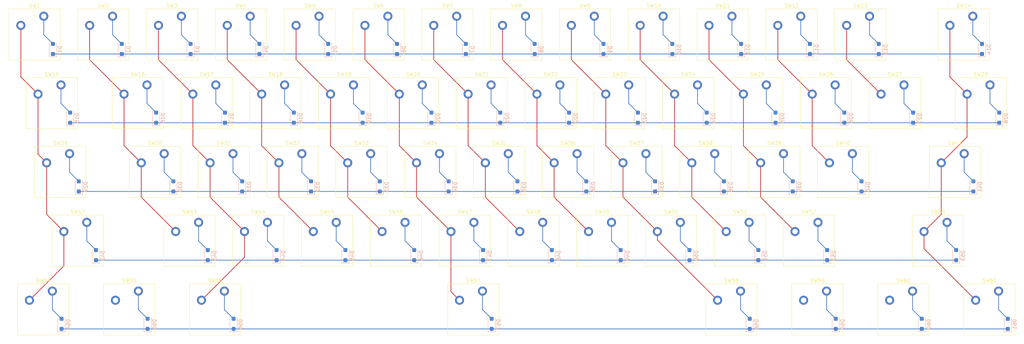
<source format=kicad_pcb>
(kicad_pcb (version 20240108) (generator "pcbnew") (generator_version "8.0")
  (layers (0 "F.Cu" signal) (31 "B.Cu" signal) (34 "B.Paste" user) (35 "F.Paste" user) (36 "B.SilkS" user "B.Silkscreen") (37 "F.SilkS" user "F.Silkscreen") (38 "B.Mask" user) (39 "F.Mask" user) (44 "Edge.Cuts" user))
  (net 0 "")
  (net 1 "COL0")
  (net 2 "COL1")
  (net 3 "COL2")
  (net 4 "COL3")
  (net 5 "COL4")
  (net 6 "COL5")
  (net 7 "COL6")
  (net 8 "COL7")
  (net 9 "COL8")
  (net 10 "COL9")
  (net 11 "COL10")
  (net 12 "COL11")
  (net 13 "COL12")
  (net 14 "COL13")
  (net 15 "Net-(D1-A)")
  (net 16 "Net-(D2-A)")
  (net 17 "Net-(D3-A)")
  (net 18 "Net-(D4-A)")
  (net 19 "Net-(D5-A)")
  (net 20 "Net-(D6-A)")
  (net 21 "Net-(D7-A)")
  (net 22 "Net-(D8-A)")
  (net 23 "Net-(D9-A)")
  (net 24 "Net-(D10-A)")
  (net 25 "Net-(D11-A)")
  (net 26 "Net-(D12-A)")
  (net 27 "Net-(D13-A)")
  (net 28 "Net-(D14-A)")
  (net 29 "Net-(D15-A)")
  (net 30 "Net-(D16-A)")
  (net 31 "Net-(D17-A)")
  (net 32 "Net-(D18-A)")
  (net 33 "Net-(D19-A)")
  (net 34 "Net-(D20-A)")
  (net 35 "Net-(D21-A)")
  (net 36 "Net-(D22-A)")
  (net 37 "Net-(D23-A)")
  (net 38 "Net-(D24-A)")
  (net 39 "Net-(D25-A)")
  (net 40 "Net-(D26-A)")
  (net 41 "Net-(D27-A)")
  (net 42 "Net-(D28-A)")
  (net 43 "Net-(D29-A)")
  (net 44 "Net-(D30-A)")
  (net 45 "Net-(D31-A)")
  (net 46 "Net-(D32-A)")
  (net 47 "Net-(D33-A)")
  (net 48 "Net-(D34-A)")
  (net 49 "Net-(D35-A)")
  (net 50 "Net-(D36-A)")
  (net 51 "Net-(D37-A)")
  (net 52 "Net-(D38-A)")
  (net 53 "Net-(D39-A)")
  (net 54 "Net-(D40-A)")
  (net 55 "Net-(D41-A)")
  (net 56 "Net-(D42-A)")
  (net 57 "Net-(D43-A)")
  (net 58 "Net-(D44-A)")
  (net 59 "Net-(D45-A)")
  (net 60 "Net-(D46-A)")
  (net 61 "Net-(D47-A)")
  (net 62 "Net-(D48-A)")
  (net 63 "Net-(D49-A)")
  (net 64 "Net-(D50-A)")
  (net 65 "Net-(D51-A)")
  (net 66 "Net-(D52-A)")
  (net 67 "Net-(D53-A)")
  (net 68 "Net-(D54-A)")
  (net 69 "Net-(D55-A)")
  (net 70 "Net-(D56-A)")
  (net 71 "Net-(D57-A)")
  (net 72 "Net-(D58-A)")
  (net 73 "Net-(D59-A)")
  (net 74 "Net-(D60-A)")
  (net 75 "Net-(D61-A)")
  (net 76 "ROW0")
  (net 77 "ROW1")
  (net 78 "ROW2")
  (net 79 "ROW3")
  (net 80 "ROW4")
  (footprint "SW_Cherry_MX_PCB_1.00u" (layer "F.Cu") (at 230.98125 114.3)
    (property "Reference" "SW58")
    (property "Value" "SW_Push")
  )
  (footprint "SW_Cherry_MX_PCB_1.00u" (layer "F.Cu") (at 95.25 38.1)
    (property "Reference" "SW4")
    (property "Value" "SW_Push")
  )
  (footprint "SW_Cherry_MX_PCB_1.00u" (layer "F.Cu") (at 147.6375 76.2)
    (property "Reference" "SW34")
    (property "Value" "SW_Push")
  )
  (footprint "SW_Cherry_MX_PCB_1.00u" (layer "F.Cu") (at 100.0125 95.25)
    (property "Reference" "SW44")
    (property "Value" "SW_Push")
  )
  (footprint "SW_Cherry_MX_PCB_1.00u" (layer "F.Cu") (at 171.45 38.1)
    (property "Reference" "SW8")
    (property "Value" "SW_Push")
  )
  (footprint "SW_Cherry_MX_PCB_1.00u" (layer "F.Cu") (at 190.5 38.1)
    (property "Reference" "SW9")
    (property "Value" "SW_Push")
  )
  (footprint "SW_Cherry_MX_PCB_1.00u" (layer "F.Cu") (at 300.0375 57.15)
    (property "Reference" "SW28")
    (property "Value" "SW_Push")
  )
  (footprint "SW_Cherry_MX_PCB_1.00u" (layer "F.Cu") (at 195.2625 95.25)
    (property "Reference" "SW49")
    (property "Value" "SW_Push")
  )
  (footprint "SW_Cherry_MX_PCB_1.00u" (layer "F.Cu") (at 42.8625 57.15)
    (property "Reference" "SW15")
    (property "Value" "SW_Push")
  )
  (footprint "SW_Cherry_MX_PCB_1.00u" (layer "F.Cu") (at 214.3125 95.25)
    (property "Reference" "SW50")
    (property "Value" "SW_Push")
  )
  (footprint "SW_Cherry_MX_PCB_1.00u" (layer "F.Cu") (at 228.6 38.1)
    (property "Reference" "SW11")
    (property "Value" "SW_Push")
  )
  (footprint "SW_Cherry_MX_PCB_1.00u" (layer "F.Cu") (at 254.79375 114.3)
    (property "Reference" "SW59")
    (property "Value" "SW_Push")
  )
  (footprint "SW_Cherry_MX_PCB_1.00u" (layer "F.Cu") (at 242.8875 76.2)
    (property "Reference" "SW39")
    (property "Value" "SW_Push")
  )
  (footprint "SW_Cherry_MX_PCB_1.00u" (layer "F.Cu") (at 295.275 38.1)
    (property "Reference" "SW14")
    (property "Value" "SW_Push")
  )
  (footprint "SW_Cherry_MX_PCB_1.00u" (layer "F.Cu") (at 119.0625 95.25)
    (property "Reference" "SW45")
    (property "Value" "SW_Push")
  )
  (footprint "SW_Cherry_MX_PCB_1.00u" (layer "F.Cu") (at 66.675 57.15)
    (property "Reference" "SW16")
    (property "Value" "SW_Push")
  )
  (footprint "SW_Cherry_MX_PCB_1.00u" (layer "F.Cu") (at 114.3 38.1)
    (property "Reference" "SW5")
    (property "Value" "SW_Push")
  )
  (footprint "SW_Cherry_MX_PCB_1.00u" (layer "F.Cu") (at 76.2 38.1)
    (property "Reference" "SW3")
    (property "Value" "SW_Push")
  )
  (footprint "SW_Cherry_MX_PCB_1.00u" (layer "F.Cu") (at 302.41875 114.3)
    (property "Reference" "SW61")
    (property "Value" "SW_Push")
  )
  (footprint "SW_Cherry_MX_PCB_1.00u" (layer "F.Cu") (at 40.48125 114.3)
    (property "Reference" "SW54")
    (property "Value" "SW_Push")
  )
  (footprint "SW_Cherry_MX_PCB_1.00u" (layer "F.Cu") (at 180.975 57.15)
    (property "Reference" "SW22")
    (property "Value" "SW_Push")
  )
  (footprint "SW_Cherry_MX_PCB_1.00u" (layer "F.Cu") (at 38.1 38.1)
    (property "Reference" "SW1")
    (property "Value" "SW_Push")
  )
  (footprint "SW_Cherry_MX_PCB_1.00u" (layer "F.Cu") (at 223.8375 76.2)
    (property "Reference" "SW38")
    (property "Value" "SW_Push")
  )
  (footprint "SW_Cherry_MX_PCB_1.00u" (layer "F.Cu") (at 266.7 38.1)
    (property "Reference" "SW13")
    (property "Value" "SW_Push")
  )
  (footprint "SW_Cherry_MX_PCB_1.00u" (layer "F.Cu") (at 200.025 57.15)
    (property "Reference" "SW23")
    (property "Value" "SW_Push")
  )
  (footprint "SW_Cherry_MX_PCB_1.00u" (layer "F.Cu") (at 238.125 57.15)
    (property "Reference" "SW25")
    (property "Value" "SW_Push")
  )
  (footprint "SW_Cherry_MX_PCB_1.00u" (layer "F.Cu") (at 161.925 57.15)
    (property "Reference" "SW21")
    (property "Value" "SW_Push")
  )
  (footprint "SW_Cherry_MX_PCB_1.00u" (layer "F.Cu") (at 185.7375 76.2)
    (property "Reference" "SW36")
    (property "Value" "SW_Push")
  )
  (footprint "SW_Cherry_MX_PCB_1.00u" (layer "F.Cu") (at 157.1625 95.25)
    (property "Reference" "SW47")
    (property "Value" "SW_Push")
  )
  (footprint "SW_Cherry_MX_PCB_1.00u" (layer "F.Cu") (at 209.55 38.1)
    (property "Reference" "SW10")
    (property "Value" "SW_Push")
  )
  (footprint "SW_Cherry_MX_PCB_1.00u" (layer "F.Cu") (at 142.875 57.15)
    (property "Reference" "SW20")
    (property "Value" "SW_Push")
  )
  (footprint "SW_Cherry_MX_PCB_1.00u" (layer "F.Cu") (at 247.65 38.1)
    (property "Reference" "SW12")
    (property "Value" "SW_Push")
  )
  (footprint "SW_Cherry_MX_PCB_1.00u" (layer "F.Cu") (at 261.9375 76.2)
    (property "Reference" "SW40")
    (property "Value" "SW_Push")
  )
  (footprint "SW_Cherry_MX_PCB_1.00u" (layer "F.Cu") (at 152.4 38.1)
    (property "Reference" "SW7")
    (property "Value" "SW_Push")
  )
  (footprint "SW_Cherry_MX_PCB_1.00u" (layer "F.Cu") (at 233.3625 95.25)
    (property "Reference" "SW51")
    (property "Value" "SW_Push")
  )
  (footprint "SW_Cherry_MX_PCB_1.00u" (layer "F.Cu") (at 104.775 57.15)
    (property "Reference" "SW18")
    (property "Value" "SW_Push")
  )
  (footprint "SW_Cherry_MX_PCB_1.00u" (layer "F.Cu") (at 45.24375 76.2)
    (property "Reference" "SW29")
    (property "Value" "SW_Push")
  )
  (footprint "SW_Cherry_MX_PCB_1.00u" (layer "F.Cu") (at 204.7875 76.2)
    (property "Reference" "SW37")
    (property "Value" "SW_Push")
  )
  (footprint "SW_Cherry_MX_PCB_1.00u" (layer "F.Cu") (at 138.1125 95.25)
    (property "Reference" "SW46")
    (property "Value" "SW_Push")
  )
  (footprint "SW_Cherry_MX_PCB_1.00u" (layer "F.Cu") (at 109.5375 76.2)
    (property "Reference" "SW32")
    (property "Value" "SW_Push")
  )
  (footprint "SW_Cherry_MX_PCB_1.00u" (layer "F.Cu") (at 166.6875 76.2)
    (property "Reference" "SW35")
    (property "Value" "SW_Push")
  )
  (footprint "SW_Cherry_MX_PCB_1.00u" (layer "F.Cu") (at 257.175 57.15)
    (property "Reference" "SW26")
    (property "Value" "SW_Push")
  )
  (footprint "SW_Cherry_MX_PCB_1.00u" (layer "F.Cu") (at 292.89375 76.2)
    (property "Reference" "SW41")
    (property "Value" "SW_Push")
  )
  (footprint "SW_Cherry_MX_PCB_1.00u" (layer "F.Cu") (at 276.225 57.15)
    (property "Reference" "SW27")
    (property "Value" "SW_Push")
  )
  (footprint "SW_Cherry_MX_PCB_1.00u" (layer "F.Cu") (at 123.825 57.15)
    (property "Reference" "SW19")
    (property "Value" "SW_Push")
  )
  (footprint "SW_Cherry_MX_PCB_1.00u" (layer "F.Cu") (at 128.5875 76.2)
    (property "Reference" "SW33")
    (property "Value" "SW_Push")
  )
  (footprint "SW_Cherry_MX_PCB_1.00u" (layer "F.Cu") (at 57.15 38.1)
    (property "Reference" "SW2")
    (property "Value" "SW_Push")
  )
  (footprint "SW_Cherry_MX_PCB_1.00u" (layer "F.Cu") (at 71.4375 76.2)
    (property "Reference" "SW30")
    (property "Value" "SW_Push")
  )
  (footprint "SW_Cherry_MX_PCB_1.00u" (layer "F.Cu") (at 176.2125 95.25)
    (property "Reference" "SW48")
    (property "Value" "SW_Push")
  )
  (footprint "SW_Cherry_MX_PCB_1.00u" (layer "F.Cu") (at 90.4875 76.2)
    (property "Reference" "SW31")
    (property "Value" "SW_Push")
  )
  (footprint "SW_Cherry_MX_PCB_1.00u" (layer "F.Cu") (at 252.4125 95.25)
    (property "Reference" "SW52")
    (property "Value" "SW_Push")
  )
  (footprint "SW_Cherry_MX_PCB_1.00u" (layer "F.Cu") (at 133.35 38.1)
    (property "Reference" "SW6")
    (property "Value" "SW_Push")
  )
  (footprint "SW_Cherry_MX_PCB_1.00u" (layer "F.Cu") (at 159.54375 114.3)
    (property "Reference" "SW57")
    (property "Value" "SW_Push")
  )
  (footprint "SW_Cherry_MX_PCB_1.00u" (layer "F.Cu") (at 288.13125 95.25)
    (property "Reference" "SW53")
    (property "Value" "SW_Push")
  )
  (footprint "SW_Cherry_MX_PCB_1.00u" (layer "F.Cu") (at 80.9625 95.25)
    (property "Reference" "SW43")
    (property "Value" "SW_Push")
  )
  (footprint "SW_Cherry_MX_PCB_1.00u" (layer "F.Cu") (at 50.00625 95.25)
    (property "Reference" "SW42")
    (property "Value" "SW_Push")
  )
  (footprint "SW_Cherry_MX_PCB_1.00u" (layer "F.Cu") (at 85.725 57.15)
    (property "Reference" "SW17")
    (property "Value" "SW_Push")
  )
  (footprint "SW_Cherry_MX_PCB_1.00u" (layer "F.Cu") (at 219.075 57.15)
    (property "Reference" "SW24")
    (property "Value" "SW_Push")
  )
  (footprint "SW_Cherry_MX_PCB_1.00u" (layer "F.Cu") (at 278.60625 114.3)
    (property "Reference" "SW60")
    (property "Value" "SW_Push")
  )
  (footprint "SW_Cherry_MX_PCB_1.00u" (layer "F.Cu") (at 88.10625 114.3)
    (property "Reference" "SW56")
    (property "Value" "SW_Push")
  )
  (footprint "SW_Cherry_MX_PCB_1.00u" (layer "F.Cu") (at 64.29375 114.3)
    (property "Reference" "SW55")
    (property "Value" "SW_Push")
  )
  (footprint "D_SOD-123F" (layer "B.Cu") (at 114.6175 80.2 90)
    (property "Reference" "D32")
    (property "Value" "D")
  )
  (footprint "D_SOD-123F" (layer "B.Cu") (at 124.1425 99.25 90)
    (property "Reference" "D45")
    (property "Value" "D")
  )
  (footprint "D_SOD-123F" (layer "B.Cu") (at 209.8675 80.2 90)
    (property "Reference" "D37")
    (property "Value" "D")
  )
  (footprint "D_SOD-123F" (layer "B.Cu") (at 76.5175 80.2 90)
    (property "Reference" "D30")
    (property "Value" "D")
  )
  (footprint "D_SOD-123F" (layer "B.Cu") (at 171.7675 80.2 90)
    (property "Reference" "D35")
    (property "Value" "D")
  )
  (footprint "D_SOD-123F" (layer "B.Cu") (at 81.28 42.1 90)
    (property "Reference" "D3")
    (property "Value" "D")
  )
  (footprint "D_SOD-123F" (layer "B.Cu") (at 195.58 42.1 90)
    (property "Reference" "D9")
    (property "Value" "D")
  )
  (footprint "D_SOD-123F" (layer "B.Cu") (at 252.73 42.1 90)
    (property "Reference" "D12")
    (property "Value" "D")
  )
  (footprint "D_SOD-123F" (layer "B.Cu") (at 47.9425 61.15 90)
    (property "Reference" "D15")
    (property "Value" "D")
  )
  (footprint "D_SOD-123F" (layer "B.Cu") (at 164.62375 118.3 90)
    (property "Reference" "D57")
    (property "Value" "D")
  )
  (footprint "D_SOD-123F" (layer "B.Cu") (at 109.855 61.15 90)
    (property "Reference" "D18")
    (property "Value" "D")
  )
  (footprint "D_SOD-123F" (layer "B.Cu") (at 267.0175 80.2 90)
    (property "Reference" "D40")
    (property "Value" "D")
  )
  (footprint "D_SOD-123F" (layer "B.Cu") (at 271.78 42.1 90)
    (property "Reference" "D13")
    (property "Value" "D")
  )
  (footprint "D_SOD-123F" (layer "B.Cu") (at 50.32375 80.2 90)
    (property "Reference" "D29")
    (property "Value" "D")
  )
  (footprint "D_SOD-123F" (layer "B.Cu") (at 43.18 42.1 90)
    (property "Reference" "D1")
    (property "Value" "D")
  )
  (footprint "D_SOD-123F" (layer "B.Cu") (at 119.38 42.1 90)
    (property "Reference" "D5")
    (property "Value" "D")
  )
  (footprint "D_SOD-123F" (layer "B.Cu") (at 190.8175 80.2 90)
    (property "Reference" "D36")
    (property "Value" "D")
  )
  (footprint "D_SOD-123F" (layer "B.Cu") (at 167.005 61.15 90)
    (property "Reference" "D21")
    (property "Value" "D")
  )
  (footprint "D_SOD-123F" (layer "B.Cu") (at 233.68 42.1 90)
    (property "Reference" "D11")
    (property "Value" "D")
  )
  (footprint "D_SOD-123F" (layer "B.Cu") (at 247.9675 80.2 90)
    (property "Reference" "D39")
    (property "Value" "D")
  )
  (footprint "D_SOD-123F" (layer "B.Cu") (at 307.49875 118.3 90)
    (property "Reference" "D61")
    (property "Value" "D")
  )
  (footprint "D_SOD-123F" (layer "B.Cu") (at 93.18625 118.3 90)
    (property "Reference" "D56")
    (property "Value" "D")
  )
  (footprint "D_SOD-123F" (layer "B.Cu") (at 95.5675 80.2 90)
    (property "Reference" "D31")
    (property "Value" "D")
  )
  (footprint "D_SOD-123F" (layer "B.Cu") (at 45.56125 118.3 90)
    (property "Reference" "D54")
    (property "Value" "D")
  )
  (footprint "D_SOD-123F" (layer "B.Cu") (at 293.21125 99.25 90)
    (property "Reference" "D53")
    (property "Value" "D")
  )
  (footprint "D_SOD-123F" (layer "B.Cu") (at 90.805 61.15 90)
    (property "Reference" "D17")
    (property "Value" "D")
  )
  (footprint "D_SOD-123F" (layer "B.Cu") (at 86.0425 99.25 90)
    (property "Reference" "D43")
    (property "Value" "D")
  )
  (footprint "D_SOD-123F" (layer "B.Cu") (at 228.9175 80.2 90)
    (property "Reference" "D38")
    (property "Value" "D")
  )
  (footprint "D_SOD-123F" (layer "B.Cu") (at 238.4425 99.25 90)
    (property "Reference" "D51")
    (property "Value" "D")
  )
  (footprint "D_SOD-123F" (layer "B.Cu") (at 300.355 42.1 90)
    (property "Reference" "D14")
    (property "Value" "D")
  )
  (footprint "D_SOD-123F" (layer "B.Cu") (at 186.055 61.15 90)
    (property "Reference" "D22")
    (property "Value" "D")
  )
  (footprint "D_SOD-123F" (layer "B.Cu") (at 181.2925 99.25 90)
    (property "Reference" "D48")
    (property "Value" "D")
  )
  (footprint "D_SOD-123F" (layer "B.Cu") (at 205.105 61.15 90)
    (property "Reference" "D23")
    (property "Value" "D")
  )
  (footprint "D_SOD-123F" (layer "B.Cu") (at 62.23 42.1 90)
    (property "Reference" "D2")
    (property "Value" "D")
  )
  (footprint "D_SOD-123F" (layer "B.Cu") (at 71.755 61.15 90)
    (property "Reference" "D16")
    (property "Value" "D")
  )
  (footprint "D_SOD-123F" (layer "B.Cu") (at 200.3425 99.25 90)
    (property "Reference" "D49")
    (property "Value" "D")
  )
  (footprint "D_SOD-123F" (layer "B.Cu") (at 224.155 61.15 90)
    (property "Reference" "D24")
    (property "Value" "D")
  )
  (footprint "D_SOD-123F" (layer "B.Cu") (at 138.43 42.1 90)
    (property "Reference" "D6")
    (property "Value" "D")
  )
  (footprint "D_SOD-123F" (layer "B.Cu") (at 143.1925 99.25 90)
    (property "Reference" "D46")
    (property "Value" "D")
  )
  (footprint "D_SOD-123F" (layer "B.Cu") (at 259.87375 118.3 90)
    (property "Reference" "D59")
    (property "Value" "D")
  )
  (footprint "D_SOD-123F" (layer "B.Cu") (at 55.08625 99.25 90)
    (property "Reference" "D42")
    (property "Value" "D")
  )
  (footprint "D_SOD-123F" (layer "B.Cu") (at 69.37375 118.3 90)
    (property "Reference" "D55")
    (property "Value" "D")
  )
  (footprint "D_SOD-123F" (layer "B.Cu") (at 297.97375 80.2 90)
    (property "Reference" "D41")
    (property "Value" "D")
  )
  (footprint "D_SOD-123F" (layer "B.Cu") (at 176.53 42.1 90)
    (property "Reference" "D8")
    (property "Value" "D")
  )
  (footprint "D_SOD-123F" (layer "B.Cu") (at 157.48 42.1 90)
    (property "Reference" "D7")
    (property "Value" "D")
  )
  (footprint "D_SOD-123F" (layer "B.Cu") (at 257.4925 99.25 90)
    (property "Reference" "D52")
    (property "Value" "D")
  )
  (footprint "D_SOD-123F" (layer "B.Cu") (at 214.63 42.1 90)
    (property "Reference" "D10")
    (property "Value" "D")
  )
  (footprint "D_SOD-123F" (layer "B.Cu") (at 147.955 61.15 90)
    (property "Reference" "D20")
    (property "Value" "D")
  )
  (footprint "D_SOD-123F" (layer "B.Cu") (at 236.06125 118.3 90)
    (property "Reference" "D58")
    (property "Value" "D")
  )
  (footprint "D_SOD-123F" (layer "B.Cu") (at 243.205 61.15 90)
    (property "Reference" "D25")
    (property "Value" "D")
  )
  (footprint "D_SOD-123F" (layer "B.Cu") (at 100.33 42.1 90)
    (property "Reference" "D4")
    (property "Value" "D")
  )
  (footprint "D_SOD-123F" (layer "B.Cu") (at 219.3925 99.25 90)
    (property "Reference" "D50")
    (property "Value" "D")
  )
  (footprint "D_SOD-123F" (layer "B.Cu") (at 305.1175 61.15 90)
    (property "Reference" "D28")
    (property "Value" "D")
  )
  (footprint "D_SOD-123F" (layer "B.Cu") (at 133.6675 80.2 90)
    (property "Reference" "D33")
    (property "Value" "D")
  )
  (footprint "D_SOD-123F" (layer "B.Cu") (at 283.68625 118.3 90)
    (property "Reference" "D60")
    (property "Value" "D")
  )
  (footprint "D_SOD-123F" (layer "B.Cu") (at 105.0925 99.25 90)
    (property "Reference" "D44")
    (property "Value" "D")
  )
  (footprint "D_SOD-123F" (layer "B.Cu") (at 281.305 61.15 90)
    (property "Reference" "D27")
    (property "Value" "D")
  )
  (footprint "D_SOD-123F" (layer "B.Cu") (at 128.905 61.15 90)
    (property "Reference" "D19")
    (property "Value" "D")
  )
  (footprint "D_SOD-123F" (layer "B.Cu") (at 152.7175 80.2 90)
    (property "Reference" "D34")
    (property "Value" "D")
  )
  (footprint "D_SOD-123F" (layer "B.Cu") (at 162.2425 99.25 90)
    (property "Reference" "D47")
    (property "Value" "D")
  )
  (footprint "D_SOD-123F" (layer "B.Cu") (at 262.255 61.15 90)
    (property "Reference" "D26")
    (property "Value" "D")
  )
  (segment (start 34.29 35.56) (end 34.29 49.8475) (width 0.2) (layer "F.Cu") (net 1))
  (segment (start 39.0525 71.27875) (end 41.43375 73.66) (width 0.2) (layer "F.Cu") (net 1))
  (segment (start 46.19625 102.235) (end 36.67125 111.76) (width 0.2) (layer "F.Cu") (net 1))
  (segment (start 39.0525 54.61) (end 39.0525 71.27875) (width 0.2) (layer "F.Cu") (net 1))
  (segment (start 41.43375 73.66) (end 41.43375 87.9475) (width 0.2) (layer "F.Cu") (net 1))
  (segment (start 34.29 49.8475) (end 39.0525 54.61) (width 0.2) (layer "F.Cu") (net 1))
  (segment (start 46.19625 92.71) (end 46.19625 102.235) (width 0.2) (layer "F.Cu") (net 1))
  (segment (start 41.43375 87.9475) (end 46.19625 92.71) (width 0.2) (layer "F.Cu") (net 1))
  (segment (start 62.865 54.61) (end 62.865 68.8975) (width 0.2) (layer "F.Cu") (net 2))
  (segment (start 53.34 45.085) (end 62.865 54.61) (width 0.2) (layer "F.Cu") (net 2))
  (segment (start 53.34 35.56) (end 53.34 45.085) (width 0.2) (layer "F.Cu") (net 2))
  (segment (start 62.865 68.8975) (end 67.6275 73.66) (width 0.2) (layer "F.Cu") (net 2))
  (segment (start 67.6275 83.185) (end 77.1525 92.71) (width 0.2) (layer "F.Cu") (net 2))
  (segment (start 67.6275 73.66) (end 67.6275 83.185) (width 0.2) (layer "F.Cu") (net 2))
  (segment (start 81.915 68.8975) (end 86.6775 73.66) (width 0.2) (layer "F.Cu") (net 3))
  (segment (start 96.2025 99.85375) (end 84.29625 111.76) (width 0.2) (layer "F.Cu") (net 3))
  (segment (start 86.6775 83.185) (end 96.2025 92.71) (width 0.2) (layer "F.Cu") (net 3))
  (segment (start 96.2025 92.71) (end 96.2025 99.85375) (width 0.2) (layer "F.Cu") (net 3))
  (segment (start 81.915 54.61) (end 81.915 68.8975) (width 0.2) (layer "F.Cu") (net 3))
  (segment (start 72.39 35.56) (end 72.39 45.085) (width 0.2) (layer "F.Cu") (net 3))
  (segment (start 72.39 45.085) (end 81.915 54.61) (width 0.2) (layer "F.Cu") (net 3))
  (segment (start 86.6775 73.66) (end 86.6775 83.185) (width 0.2) (layer "F.Cu") (net 3))
  (segment (start 100.965 54.61) (end 100.965 68.8975) (width 0.2) (layer "F.Cu") (net 4))
  (segment (start 91.44 45.085) (end 100.965 54.61) (width 0.2) (layer "F.Cu") (net 4))
  (segment (start 105.7275 73.66) (end 105.7275 83.185) (width 0.2) (layer "F.Cu") (net 4))
  (segment (start 100.965 68.8975) (end 105.7275 73.66) (width 0.2) (layer "F.Cu") (net 4))
  (segment (start 91.44 35.56) (end 91.44 45.085) (width 0.2) (layer "F.Cu") (net 4))
  (segment (start 105.7275 83.185) (end 115.2525 92.71) (width 0.2) (layer "F.Cu") (net 4))
  (segment (start 124.7775 83.185) (end 134.3025 92.71) (width 0.2) (layer "F.Cu") (net 5))
  (segment (start 110.49 35.56) (end 110.49 45.085) (width 0.2) (layer "F.Cu") (net 5))
  (segment (start 120.015 54.61) (end 120.015 68.8975) (width 0.2) (layer "F.Cu") (net 5))
  (segment (start 124.7775 73.66) (end 124.7775 83.185) (width 0.2) (layer "F.Cu") (net 5))
  (segment (start 110.49 45.085) (end 120.015 54.61) (width 0.2) (layer "F.Cu") (net 5))
  (segment (start 120.015 68.8975) (end 124.7775 73.66) (width 0.2) (layer "F.Cu") (net 5))
  (segment (start 129.54 35.56) (end 129.54 45.085) (width 0.2) (layer "F.Cu") (net 6))
  (segment (start 153.3525 92.71) (end 153.3525 109.37875) (width 0.2) (layer "F.Cu") (net 6))
  (segment (start 143.8275 73.66) (end 143.8275 83.185) (width 0.2) (layer "F.Cu") (net 6))
  (segment (start 139.065 68.8975) (end 143.8275 73.66) (width 0.2) (layer "F.Cu") (net 6))
  (segment (start 129.54 45.085) (end 139.065 54.61) (width 0.2) (layer "F.Cu") (net 6))
  (segment (start 139.065 54.61) (end 139.065 68.8975) (width 0.2) (layer "F.Cu") (net 6))
  (segment (start 143.8275 83.185) (end 153.3525 92.71) (width 0.2) (layer "F.Cu") (net 6))
  (segment (start 153.3525 109.37875) (end 155.73375 111.76) (width 0.2) (layer "F.Cu") (net 6))
  (segment (start 162.8775 73.66) (end 162.8775 83.185) (width 0.2) (layer "F.Cu") (net 7))
  (segment (start 158.115 54.61) (end 158.115 68.8975) (width 0.2) (layer "F.Cu") (net 7))
  (segment (start 148.59 35.56) (end 148.59 45.085) (width 0.2) (layer "F.Cu") (net 7))
  (segment (start 148.59 45.085) (end 158.115 54.61) (width 0.2) (layer "F.Cu") (net 7))
  (segment (start 162.8775 83.185) (end 172.4025 92.71) (width 0.2) (layer "F.Cu") (net 7))
  (segment (start 158.115 68.8975) (end 162.8775 73.66) (width 0.2) (layer "F.Cu") (net 7))
  (segment (start 181.9275 73.66) (end 181.9275 83.185) (width 0.2) (layer "F.Cu") (net 8))
  (segment (start 167.64 45.085) (end 177.165 54.61) (width 0.2) (layer "F.Cu") (net 8))
  (segment (start 177.165 54.61) (end 177.165 68.8975) (width 0.2) (layer "F.Cu") (net 8))
  (segment (start 177.165 68.8975) (end 181.9275 73.66) (width 0.2) (layer "F.Cu") (net 8))
  (segment (start 167.64 35.56) (end 167.64 45.085) (width 0.2) (layer "F.Cu") (net 8))
  (segment (start 181.9275 83.185) (end 191.4525 92.71) (width 0.2) (layer "F.Cu") (net 8))
  (segment (start 186.69 35.56) (end 186.69 45.085) (width 0.2) (layer "F.Cu") (net 9))
  (segment (start 200.9775 83.185) (end 210.5025 92.71) (width 0.2) (layer "F.Cu") (net 9))
  (segment (start 210.5025 92.71) (end 210.5025 95.09125) (width 0.2) (layer "F.Cu") (net 9))
  (segment (start 186.69 45.085) (end 196.215 54.61) (width 0.2) (layer "F.Cu") (net 9))
  (segment (start 210.5025 95.09125) (end 227.17125 111.76) (width 0.2) (layer "F.Cu") (net 9))
  (segment (start 196.215 68.8975) (end 200.9775 73.66) (width 0.2) (layer "F.Cu") (net 9))
  (segment (start 200.9775 73.66) (end 200.9775 83.185) (width 0.2) (layer "F.Cu") (net 9))
  (segment (start 196.215 54.61) (end 196.215 68.8975) (width 0.2) (layer "F.Cu") (net 9))
  (segment (start 220.0275 83.185) (end 229.5525 92.71) (width 0.2) (layer "F.Cu") (net 10))
  (segment (start 220.0275 73.66) (end 220.0275 83.185) (width 0.2) (layer "F.Cu") (net 10))
  (segment (start 215.265 68.8975) (end 220.0275 73.66) (width 0.2) (layer "F.Cu") (net 10))
  (segment (start 205.74 35.56) (end 205.74 45.085) (width 0.2) (layer "F.Cu") (net 10))
  (segment (start 215.265 54.61) (end 215.265 68.8975) (width 0.2) (layer "F.Cu") (net 10))
  (segment (start 205.74 45.085) (end 215.265 54.61) (width 0.2) (layer "F.Cu") (net 10))
  (segment (start 234.315 68.8975) (end 239.0775 73.66) (width 0.2) (layer "F.Cu") (net 11))
  (segment (start 234.315 54.61) (end 234.315 68.8975) (width 0.2) (layer "F.Cu") (net 11))
  (segment (start 224.79 45.085) (end 234.315 54.61) (width 0.2) (layer "F.Cu") (net 11))
  (segment (start 239.0775 73.66) (end 239.0775 83.185) (width 0.2) (layer "F.Cu") (net 11))
  (segment (start 239.0775 83.185) (end 248.6025 92.71) (width 0.2) (layer "F.Cu") (net 11))
  (segment (start 224.79 35.56) (end 224.79 45.085) (width 0.2) (layer "F.Cu") (net 11))
  (segment (start 253.365 54.61) (end 253.365 68.8975) (width 0.2) (layer "F.Cu") (net 12))
  (segment (start 243.84 45.085) (end 253.365 54.61) (width 0.2) (layer "F.Cu") (net 12))
  (segment (start 243.84 35.56) (end 243.84 45.085) (width 0.2) (layer "F.Cu") (net 12))
  (segment (start 253.365 68.8975) (end 258.1275 73.66) (width 0.2) (layer "F.Cu") (net 12))
  (segment (start 262.89 35.56) (end 262.89 45.085) (width 0.2) (layer "F.Cu") (net 13))
  (segment (start 262.89 45.085) (end 272.415 54.61) (width 0.2) (layer "F.Cu") (net 13))
  (segment (start 284.32125 92.71) (end 289.08375 87.9475) (width 0.2) (layer "F.Cu") (net 14))
  (segment (start 284.32125 97.4725) (end 298.60875 111.76) (width 0.2) (layer "F.Cu") (net 14))
  (segment (start 291.465 49.8475) (end 291.465 35.56) (width 0.2) (layer "F.Cu") (net 14))
  (segment (start 289.08375 87.9475) (end 289.08375 73.66) (width 0.2) (layer "F.Cu") (net 14))
  (segment (start 296.2275 66.51625) (end 296.2275 54.61) (width 0.2) (layer "F.Cu") (net 14))
  (segment (start 296.2275 54.61) (end 291.465 49.8475) (width 0.2) (layer "F.Cu") (net 14))
  (segment (start 284.32125 92.71) (end 284.32125 97.4725) (width 0.2) (layer "F.Cu") (net 14))
  (segment (start 289.08375 73.66) (end 296.2275 66.51625) (width 0.2) (layer "F.Cu") (net 14))
  (segment (start 40.64 33.02) (end 40.64 38.16) (width 0.2) (layer "B.Cu") (net 15))
  (segment (start 40.64 38.16) (end 43.18 40.7) (width 0.2) (layer "B.Cu") (net 15))
  (segment (start 59.69 38.16) (end 62.23 40.7) (width 0.2) (layer "B.Cu") (net 16))
  (segment (start 59.69 33.02) (end 59.69 38.16) (width 0.2) (layer "B.Cu") (net 16))
  (segment (start 78.74 33.02) (end 78.74 38.16) (width 0.2) (layer "B.Cu") (net 17))
  (segment (start 78.74 38.16) (end 81.28 40.7) (width 0.2) (layer "B.Cu") (net 17))
  (segment (start 97.79 38.16) (end 100.33 40.7) (width 0.2) (layer "B.Cu") (net 18))
  (segment (start 97.79 33.02) (end 97.79 38.16) (width 0.2) (layer "B.Cu") (net 18))
  (segment (start 116.84 33.02) (end 116.84 38.16) (width 0.2) (layer "B.Cu") (net 19))
  (segment (start 116.84 38.16) (end 119.38 40.7) (width 0.2) (layer "B.Cu") (net 19))
  (segment (start 135.89 38.16) (end 138.43 40.7) (width 0.2) (layer "B.Cu") (net 20))
  (segment (start 135.89 33.02) (end 135.89 38.16) (width 0.2) (layer "B.Cu") (net 20))
  (segment (start 154.94 33.02) (end 154.94 38.16) (width 0.2) (layer "B.Cu") (net 21))
  (segment (start 154.94 38.16) (end 157.48 40.7) (width 0.2) (layer "B.Cu") (net 21))
  (segment (start 173.99 38.16) (end 176.53 40.7) (width 0.2) (layer "B.Cu") (net 22))
  (segment (start 173.99 33.02) (end 173.99 38.16) (width 0.2) (layer "B.Cu") (net 22))
  (segment (start 193.04 38.16) (end 195.58 40.7) (width 0.2) (layer "B.Cu") (net 23))
  (segment (start 193.04 33.02) (end 193.04 38.16) (width 0.2) (layer "B.Cu") (net 23))
  (segment (start 212.09 38.16) (end 214.63 40.7) (width 0.2) (layer "B.Cu") (net 24))
  (segment (start 212.09 33.02) (end 212.09 38.16) (width 0.2) (layer "B.Cu") (net 24))
  (segment (start 231.14 38.16) (end 233.68 40.7) (width 0.2) (layer "B.Cu") (net 25))
  (segment (start 231.14 33.02) (end 231.14 38.16) (width 0.2) (layer "B.Cu") (net 25))
  (segment (start 250.19 38.16) (end 252.73 40.7) (width 0.2) (layer "B.Cu") (net 26))
  (segment (start 250.19 33.02) (end 250.19 38.16) (width 0.2) (layer "B.Cu") (net 26))
  (segment (start 269.24 33.02) (end 269.24 38.16) (width 0.2) (layer "B.Cu") (net 27))
  (segment (start 269.24 38.16) (end 271.78 40.7) (width 0.2) (layer "B.Cu") (net 27))
  (segment (start 297.815 38.16) (end 300.355 40.7) (width 0.2) (layer "B.Cu") (net 28))
  (segment (start 297.815 33.02) (end 297.815 38.16) (width 0.2) (layer "B.Cu") (net 28))
  (segment (start 45.4025 57.21) (end 47.9425 59.75) (width 0.2) (layer "B.Cu") (net 29))
  (segment (start 45.4025 52.07) (end 45.4025 57.21) (width 0.2) (layer "B.Cu") (net 29))
  (segment (start 69.215 57.21) (end 71.755 59.75) (width 0.2) (layer "B.Cu") (net 30))
  (segment (start 69.215 52.07) (end 69.215 57.21) (width 0.2) (layer "B.Cu") (net 30))
  (segment (start 88.265 52.07) (end 88.265 57.21) (width 0.2) (layer "B.Cu") (net 31))
  (segment (start 88.265 57.21) (end 90.805 59.75) (width 0.2) (layer "B.Cu") (net 31))
  (segment (start 107.315 57.21) (end 109.855 59.75) (width 0.2) (layer "B.Cu") (net 32))
  (segment (start 107.315 52.07) (end 107.315 57.21) (width 0.2) (layer "B.Cu") (net 32))
  (segment (start 126.365 52.07) (end 126.365 57.21) (width 0.2) (layer "B.Cu") (net 33))
  (segment (start 126.365 57.21) (end 128.905 59.75) (width 0.2) (layer "B.Cu") (net 33))
  (segment (start 145.415 52.07) (end 145.415 57.21) (width 0.2) (layer "B.Cu") (net 34))
  (segment (start 145.415 57.21) (end 147.955 59.75) (width 0.2) (layer "B.Cu") (net 34))
  (segment (start 164.465 52.07) (end 164.465 57.21) (width 0.2) (layer "B.Cu") (net 35))
  (segment (start 164.465 57.21) (end 167.005 59.75) (width 0.2) (layer "B.Cu") (net 35))
  (segment (start 183.515 52.07) (end 183.515 57.21) (width 0.2) (layer "B.Cu") (net 36))
  (segment (start 183.515 57.21) (end 186.055 59.75) (width 0.2) (layer "B.Cu") (net 36))
  (segment (start 202.565 57.21) (end 205.105 59.75) (width 0.2) (layer "B.Cu") (net 37))
  (segment (start 202.565 52.07) (end 202.565 57.21) (width 0.2) (layer "B.Cu") (net 37))
  (segment (start 221.615 52.07) (end 221.615 57.21) (width 0.2) (layer "B.Cu") (net 38))
  (segment (start 221.615 57.21) (end 224.155 59.75) (width 0.2) (layer "B.Cu") (net 38))
  (segment (start 240.665 52.07) (end 240.665 57.21) (width 0.2) (layer "B.Cu") (net 39))
  (segment (start 240.665 57.21) (end 243.205 59.75) (width 0.2) (layer "B.Cu") (net 39))
  (segment (start 259.715 57.21) (end 262.255 59.75) (width 0.2) (layer "B.Cu") (net 40))
  (segment (start 259.715 52.07) (end 259.715 57.21) (width 0.2) (layer "B.Cu") (net 40))
  (segment (start 278.765 57.21) (end 281.305 59.75) (width 0.2) (layer "B.Cu") (net 41))
  (segment (start 278.765 52.07) (end 278.765 57.21) (width 0.2) (layer "B.Cu") (net 41))
  (segment (start 302.5775 57.21) (end 305.1175 59.75) (width 0.2) (layer "B.Cu") (net 42))
  (segment (start 302.5775 52.07) (end 302.5775 57.21) (width 0.2) (layer "B.Cu") (net 42))
  (segment (start 47.78375 76.26) (end 50.32375 78.8) (width 0.2) (layer "B.Cu") (net 43))
  (segment (start 47.78375 71.12) (end 47.78375 76.26) (width 0.2) (layer "B.Cu") (net 43))
  (segment (start 73.9775 76.26) (end 76.5175 78.8) (width 0.2) (layer "B.Cu") (net 44))
  (segment (start 73.9775 71.12) (end 73.9775 76.26) (width 0.2) (layer "B.Cu") (net 44))
  (segment (start 93.0275 71.12) (end 93.0275 76.26) (width 0.2) (layer "B.Cu") (net 45))
  (segment (start 93.0275 76.26) (end 95.5675 78.8) (width 0.2) (layer "B.Cu") (net 45))
  (segment (start 112.0775 76.26) (end 114.6175 78.8) (width 0.2) (layer "B.Cu") (net 46))
  (segment (start 112.0775 71.12) (end 112.0775 76.26) (width 0.2) (layer "B.Cu") (net 46))
  (segment (start 131.1275 76.26) (end 133.6675 78.8) (width 0.2) (layer "B.Cu") (net 47))
  (segment (start 131.1275 71.12) (end 131.1275 76.26) (width 0.2) (layer "B.Cu") (net 47))
  (segment (start 150.1775 71.12) (end 150.1775 76.26) (width 0.2) (layer "B.Cu") (net 48))
  (segment (start 150.1775 76.26) (end 152.7175 78.8) (width 0.2) (layer "B.Cu") (net 48))
  (segment (start 169.2275 76.26) (end 171.7675 78.8) (width 0.2) (layer "B.Cu") (net 49))
  (segment (start 169.2275 71.12) (end 169.2275 76.26) (width 0.2) (layer "B.Cu") (net 49))
  (segment (start 188.2775 71.12) (end 188.2775 76.26) (width 0.2) (layer "B.Cu") (net 50))
  (segment (start 188.2775 76.26) (end 190.8175 78.8) (width 0.2) (layer "B.Cu") (net 50))
  (segment (start 207.3275 71.12) (end 207.3275 76.26) (width 0.2) (layer "B.Cu") (net 51))
  (segment (start 207.3275 76.26) (end 209.8675 78.8) (width 0.2) (layer "B.Cu") (net 51))
  (segment (start 226.3775 76.26) (end 228.9175 78.8) (width 0.2) (layer "B.Cu") (net 52))
  (segment (start 226.3775 71.12) (end 226.3775 76.26) (width 0.2) (layer "B.Cu") (net 52))
  (segment (start 245.4275 76.26) (end 247.9675 78.8) (width 0.2) (layer "B.Cu") (net 53))
  (segment (start 245.4275 71.12) (end 245.4275 76.26) (width 0.2) (layer "B.Cu") (net 53))
  (segment (start 264.4775 71.12) (end 264.4775 76.26) (width 0.2) (layer "B.Cu") (net 54))
  (segment (start 264.4775 76.26) (end 267.0175 78.8) (width 0.2) (layer "B.Cu") (net 54))
  (segment (start 295.43375 71.12) (end 295.43375 76.26) (width 0.2) (layer "B.Cu") (net 55))
  (segment (start 295.43375 76.26) (end 297.97375 78.8) (width 0.2) (layer "B.Cu") (net 55))
  (segment (start 52.54625 95.31) (end 55.08625 97.85) (width 0.2) (layer "B.Cu") (net 56))
  (segment (start 52.54625 90.17) (end 52.54625 95.31) (width 0.2) (layer "B.Cu") (net 56))
  (segment (start 83.5025 90.17) (end 83.5025 95.31) (width 0.2) (layer "B.Cu") (net 57))
  (segment (start 83.5025 95.31) (end 86.0425 97.85) (width 0.2) (layer "B.Cu") (net 57))
  (segment (start 102.5525 95.31) (end 105.0925 97.85) (width 0.2) (layer "B.Cu") (net 58))
  (segment (start 102.5525 90.17) (end 102.5525 95.31) (width 0.2) (layer "B.Cu") (net 58))
  (segment (start 121.6025 95.31) (end 124.1425 97.85) (width 0.2) (layer "B.Cu") (net 59))
  (segment (start 121.6025 90.17) (end 121.6025 95.31) (width 0.2) (layer "B.Cu") (net 59))
  (segment (start 140.6525 95.31) (end 143.1925 97.85) (width 0.2) (layer "B.Cu") (net 60))
  (segment (start 140.6525 90.17) (end 140.6525 95.31) (width 0.2) (layer "B.Cu") (net 60))
  (segment (start 159.7025 90.17) (end 159.7025 95.31) (width 0.2) (layer "B.Cu") (net 61))
  (segment (start 159.7025 95.31) (end 162.2425 97.85) (width 0.2) (layer "B.Cu") (net 61))
  (segment (start 178.7525 95.31) (end 181.2925 97.85) (width 0.2) (layer "B.Cu") (net 62))
  (segment (start 178.7525 90.17) (end 178.7525 95.31) (width 0.2) (layer "B.Cu") (net 62))
  (segment (start 197.8025 90.17) (end 197.8025 95.31) (width 0.2) (layer "B.Cu") (net 63))
  (segment (start 197.8025 95.31) (end 200.3425 97.85) (width 0.2) (layer "B.Cu") (net 63))
  (segment (start 216.8525 90.17) (end 216.8525 95.31) (width 0.2) (layer "B.Cu") (net 64))
  (segment (start 216.8525 95.31) (end 219.3925 97.85) (width 0.2) (layer "B.Cu") (net 64))
  (segment (start 235.9025 95.31) (end 238.4425 97.85) (width 0.2) (layer "B.Cu") (net 65))
  (segment (start 235.9025 90.17) (end 235.9025 95.31) (width 0.2) (layer "B.Cu") (net 65))
  (segment (start 254.9525 95.31) (end 257.4925 97.85) (width 0.2) (layer "B.Cu") (net 66))
  (segment (start 254.9525 90.17) (end 254.9525 95.31) (width 0.2) (layer "B.Cu") (net 66))
  (segment (start 290.67125 90.17) (end 290.67125 95.31) (width 0.2) (layer "B.Cu") (net 67))
  (segment (start 290.67125 95.31) (end 293.21125 97.85) (width 0.2) (layer "B.Cu") (net 67))
  (segment (start 43.02125 114.36) (end 45.56125 116.9) (width 0.2) (layer "B.Cu") (net 68))
  (segment (start 43.02125 109.22) (end 43.02125 114.36) (width 0.2) (layer "B.Cu") (net 68))
  (segment (start 66.83375 114.36) (end 69.37375 116.9) (width 0.2) (layer "B.Cu") (net 69))
  (segment (start 66.83375 109.22) (end 66.83375 114.36) (width 0.2) (layer "B.Cu") (net 69))
  (segment (start 90.64625 109.22) (end 90.64625 114.36) (width 0.2) (layer "B.Cu") (net 70))
  (segment (start 90.64625 114.36) (end 93.18625 116.9) (width 0.2) (layer "B.Cu") (net 70))
  (segment (start 162.08375 109.22) (end 162.08375 114.36) (width 0.2) (layer "B.Cu") (net 71))
  (segment (start 162.08375 114.36) (end 164.62375 116.9) (width 0.2) (layer "B.Cu") (net 71))
  (segment (start 233.52125 109.22) (end 233.52125 114.36) (width 0.2) (layer "B.Cu") (net 72))
  (segment (start 233.52125 114.36) (end 236.06125 116.9) (width 0.2) (layer "B.Cu") (net 72))
  (segment (start 257.33375 109.22) (end 257.33375 114.36) (width 0.2) (layer "B.Cu") (net 73))
  (segment (start 257.33375 114.36) (end 259.87375 116.9) (width 0.2) (layer "B.Cu") (net 73))
  (segment (start 281.14625 109.22) (end 281.14625 114.36) (width 0.2) (layer "B.Cu") (net 74))
  (segment (start 281.14625 114.36) (end 283.68625 116.9) (width 0.2) (layer "B.Cu") (net 74))
  (segment (start 304.95875 114.36) (end 307.49875 116.9) (width 0.2) (layer "B.Cu") (net 75))
  (segment (start 304.95875 109.22) (end 304.95875 114.36) (width 0.2) (layer "B.Cu") (net 75))
  (segment (start 214.63 43.5) (end 233.68 43.5) (width 0.2) (layer "B.Cu") (net 76))
  (segment (start 233.68 43.5) (end 252.73 43.5) (width 0.2) (layer "B.Cu") (net 76))
  (segment (start 119.38 43.5) (end 138.43 43.5) (width 0.2) (layer "B.Cu") (net 76))
  (segment (start 62.23 43.5) (end 81.28 43.5) (width 0.2) (layer "B.Cu") (net 76))
  (segment (start 157.48 43.5) (end 176.53 43.5) (width 0.2) (layer "B.Cu") (net 76))
  (segment (start 138.43 43.5) (end 157.48 43.5) (width 0.2) (layer "B.Cu") (net 76))
  (segment (start 43.18 43.5) (end 62.23 43.5) (width 0.2) (layer "B.Cu") (net 76))
  (segment (start 100.33 43.5) (end 119.38 43.5) (width 0.2) (layer "B.Cu") (net 76))
  (segment (start 195.58 43.5) (end 214.63 43.5) (width 0.2) (layer "B.Cu") (net 76))
  (segment (start 271.78 43.5) (end 300.355 43.5) (width 0.2) (layer "B.Cu") (net 76))
  (segment (start 252.73 43.5) (end 271.78 43.5) (width 0.2) (layer "B.Cu") (net 76))
  (segment (start 176.53 43.5) (end 195.58 43.5) (width 0.2) (layer "B.Cu") (net 76))
  (segment (start 81.28 43.5) (end 100.33 43.5) (width 0.2) (layer "B.Cu") (net 76))
  (segment (start 224.155 62.55) (end 243.205 62.55) (width 0.2) (layer "B.Cu") (net 77))
  (segment (start 262.255 62.55) (end 281.305 62.55) (width 0.2) (layer "B.Cu") (net 77))
  (segment (start 128.905 62.55) (end 147.955 62.55) (width 0.2) (layer "B.Cu") (net 77))
  (segment (start 186.055 62.55) (end 205.105 62.55) (width 0.2) (layer "B.Cu") (net 77))
  (segment (start 71.755 62.55) (end 90.805 62.55) (width 0.2) (layer "B.Cu") (net 77))
  (segment (start 243.205 62.55) (end 262.255 62.55) (width 0.2) (layer "B.Cu") (net 77))
  (segment (start 109.855 62.55) (end 128.905 62.55) (width 0.2) (layer "B.Cu") (net 77))
  (segment (start 90.805 62.55) (end 109.855 62.55) (width 0.2) (layer "B.Cu") (net 77))
  (segment (start 205.105 62.55) (end 224.155 62.55) (width 0.2) (layer "B.Cu") (net 77))
  (segment (start 147.955 62.55) (end 167.005 62.55) (width 0.2) (layer "B.Cu") (net 77))
  (segment (start 281.305 62.55) (end 305.1175 62.55) (width 0.2) (layer "B.Cu") (net 77))
  (segment (start 47.9425 62.55) (end 71.755 62.55) (width 0.2) (layer "B.Cu") (net 77))
  (segment (start 167.005 62.55) (end 186.055 62.55) (width 0.2) (layer "B.Cu") (net 77))
  (segment (start 114.6175 81.6) (end 133.6675 81.6) (width 0.2) (layer "B.Cu") (net 78))
  (segment (start 247.9675 81.6) (end 267.0175 81.6) (width 0.2) (layer "B.Cu") (net 78))
  (segment (start 171.7675 81.6) (end 190.8175 81.6) (width 0.2) (layer "B.Cu") (net 78))
  (segment (start 228.9175 81.6) (end 247.9675 81.6) (width 0.2) (layer "B.Cu") (net 78))
  (segment (start 50.32375 81.6) (end 76.5175 81.6) (width 0.2) (layer "B.Cu") (net 78))
  (segment (start 95.5675 81.6) (end 114.6175 81.6) (width 0.2) (layer "B.Cu") (net 78))
  (segment (start 152.7175 81.6) (end 171.7675 81.6) (width 0.2) (layer "B.Cu") (net 78))
  (segment (start 267.0175 81.6) (end 297.97375 81.6) (width 0.2) (layer "B.Cu") (net 78))
  (segment (start 76.5175 81.6) (end 95.5675 81.6) (width 0.2) (layer "B.Cu") (net 78))
  (segment (start 209.8675 81.6) (end 228.9175 81.6) (width 0.2) (layer "B.Cu") (net 78))
  (segment (start 190.8175 81.6) (end 209.8675 81.6) (width 0.2) (layer "B.Cu") (net 78))
  (segment (start 133.6675 81.6) (end 152.7175 81.6) (width 0.2) (layer "B.Cu") (net 78))
  (segment (start 181.2925 100.65) (end 200.3425 100.65) (width 0.2) (layer "B.Cu") (net 79))
  (segment (start 162.2425 100.65) (end 181.2925 100.65) (width 0.2) (layer "B.Cu") (net 79))
  (segment (start 55.08625 100.65) (end 86.0425 100.65) (width 0.2) (layer "B.Cu") (net 79))
  (segment (start 143.1925 100.65) (end 162.2425 100.65) (width 0.2) (layer "B.Cu") (net 79))
  (segment (start 86.0425 100.65) (end 105.0925 100.65) (width 0.2) (layer "B.Cu") (net 79))
  (segment (start 200.3425 100.65) (end 219.3925 100.65) (width 0.2) (layer "B.Cu") (net 79))
  (segment (start 238.4425 100.65) (end 257.4925 100.65) (width 0.2) (layer "B.Cu") (net 79))
  (segment (start 219.3925 100.65) (end 238.4425 100.65) (width 0.2) (layer "B.Cu") (net 79))
  (segment (start 124.1425 100.65) (end 143.1925 100.65) (width 0.2) (layer "B.Cu") (net 79))
  (segment (start 105.0925 100.65) (end 124.1425 100.65) (width 0.2) (layer "B.Cu") (net 79))
  (segment (start 257.4925 100.65) (end 293.21125 100.65) (width 0.2) (layer "B.Cu") (net 79))
  (segment (start 259.87375 119.7) (end 283.68625 119.7) (width 0.2) (layer "B.Cu") (net 80))
  (segment (start 69.37375 119.7) (end 93.18625 119.7) (width 0.2) (layer "B.Cu") (net 80))
  (segment (start 164.62375 119.7) (end 236.06125 119.7) (width 0.2) (layer "B.Cu") (net 80))
  (segment (start 93.18625 119.7) (end 164.62375 119.7) (width 0.2) (layer "B.Cu") (net 80))
  (segment (start 236.06125 119.7) (end 259.87375 119.7) (width 0.2) (layer "B.Cu") (net 80))
  (segment (start 45.56125 119.7) (end 69.37375 119.7) (width 0.2) (layer "B.Cu") (net 80))
  (segment (start 283.68625 119.7) (end 307.49875 119.7) (width 0.2) (layer "B.Cu") (net 80))
)
</source>
